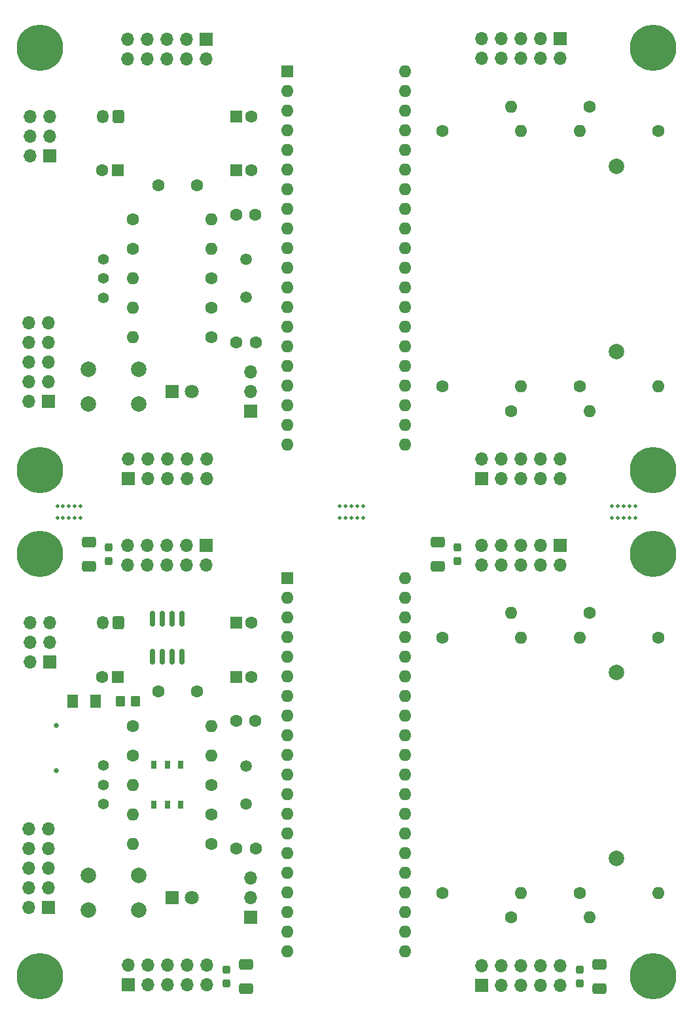
<source format=gbr>
%TF.GenerationSoftware,KiCad,Pcbnew,(6.0.9)*%
%TF.CreationDate,2023-01-08T00:55:18+00:00*%
%TF.ProjectId,il-flatto,696c2d66-6c61-4747-946f-2e6b69636164,rev?*%
%TF.SameCoordinates,Original*%
%TF.FileFunction,Soldermask,Bot*%
%TF.FilePolarity,Negative*%
%FSLAX46Y46*%
G04 Gerber Fmt 4.6, Leading zero omitted, Abs format (unit mm)*
G04 Created by KiCad (PCBNEW (6.0.9)) date 2023-01-08 00:55:18*
%MOMM*%
%LPD*%
G01*
G04 APERTURE LIST*
G04 Aperture macros list*
%AMRoundRect*
0 Rectangle with rounded corners*
0 $1 Rounding radius*
0 $2 $3 $4 $5 $6 $7 $8 $9 X,Y pos of 4 corners*
0 Add a 4 corners polygon primitive as box body*
4,1,4,$2,$3,$4,$5,$6,$7,$8,$9,$2,$3,0*
0 Add four circle primitives for the rounded corners*
1,1,$1+$1,$2,$3*
1,1,$1+$1,$4,$5*
1,1,$1+$1,$6,$7*
1,1,$1+$1,$8,$9*
0 Add four rect primitives between the rounded corners*
20,1,$1+$1,$2,$3,$4,$5,0*
20,1,$1+$1,$4,$5,$6,$7,0*
20,1,$1+$1,$6,$7,$8,$9,0*
20,1,$1+$1,$8,$9,$2,$3,0*%
G04 Aperture macros list end*
%ADD10C,0.500000*%
%ADD11C,1.600000*%
%ADD12O,1.600000X1.600000*%
%ADD13C,6.000000*%
%ADD14R,1.600000X1.600000*%
%ADD15O,1.700000X1.700000*%
%ADD16R,1.700000X1.700000*%
%ADD17C,1.500000*%
%ADD18C,0.650000*%
%ADD19C,1.397000*%
%ADD20C,2.000000*%
%ADD21C,1.800000*%
%ADD22R,1.800000X1.800000*%
%ADD23O,1.500000X1.750000*%
%ADD24RoundRect,0.312500X0.437500X0.562500X-0.437500X0.562500X-0.437500X-0.562500X0.437500X-0.562500X0*%
%ADD25RoundRect,0.237500X-0.237500X0.300000X-0.237500X-0.300000X0.237500X-0.300000X0.237500X0.300000X0*%
%ADD26R,0.762000X1.117600*%
%ADD27RoundRect,0.250001X-0.462499X-0.624999X0.462499X-0.624999X0.462499X0.624999X-0.462499X0.624999X0*%
%ADD28RoundRect,0.237500X0.237500X-0.300000X0.237500X0.300000X-0.237500X0.300000X-0.237500X-0.300000X0*%
%ADD29RoundRect,0.250000X0.650000X-0.412500X0.650000X0.412500X-0.650000X0.412500X-0.650000X-0.412500X0*%
%ADD30RoundRect,0.250000X-0.650000X0.412500X-0.650000X-0.412500X0.650000X-0.412500X0.650000X0.412500X0*%
%ADD31RoundRect,0.250000X0.350000X0.450000X-0.350000X0.450000X-0.350000X-0.450000X0.350000X-0.450000X0*%
%ADD32RoundRect,0.150000X0.150000X-0.825000X0.150000X0.825000X-0.150000X0.825000X-0.150000X-0.825000X0*%
G04 APERTURE END LIST*
D10*
%TO.C,mouse-bite-3mm-slot*%
X204262000Y-95000000D03*
X202738000Y-95000000D03*
X204262000Y-93500000D03*
X205024000Y-93500000D03*
X202738000Y-93500000D03*
X203488000Y-93500000D03*
X203488000Y-95000000D03*
X205024000Y-95000000D03*
X201988000Y-93500000D03*
X201988000Y-95000000D03*
%TD*%
%TO.C,mouse-bite-3mm-slot*%
X239512000Y-95000000D03*
X237988000Y-95000000D03*
X239512000Y-93500000D03*
X240274000Y-93500000D03*
X237988000Y-93500000D03*
X238738000Y-93500000D03*
X238738000Y-95000000D03*
X240274000Y-95000000D03*
X237238000Y-93500000D03*
X237238000Y-95000000D03*
%TD*%
%TO.C,mouse-bite-3mm-slot*%
X168512000Y-93500000D03*
X166226000Y-95000000D03*
X167750000Y-95000000D03*
X165476000Y-93500000D03*
X165476000Y-95000000D03*
X166226000Y-93500000D03*
X166976000Y-93500000D03*
X166976000Y-95000000D03*
X168512000Y-95000000D03*
X167750000Y-93500000D03*
%TD*%
D11*
%TO.C,R1*%
X175260000Y-125730000D03*
D12*
X185420000Y-125730000D03*
%TD*%
D13*
%TO.C,REF\u002A\u002A*%
X242570000Y-99695000D03*
%TD*%
D11*
%TO.C,C6*%
X190595000Y-50070000D03*
D14*
X188595000Y-50070000D03*
%TD*%
D15*
%TO.C,SV1(A)1*%
X220380000Y-35605000D03*
X220380000Y-33065000D03*
X222920000Y-35605000D03*
X222920000Y-33065000D03*
X225460000Y-35605000D03*
X225460000Y-33065000D03*
X228000000Y-35605000D03*
X228000000Y-33065000D03*
X230540000Y-35605000D03*
D16*
X230540000Y-33065000D03*
%TD*%
D11*
%TO.C,R10*%
X224155000Y-146685000D03*
D12*
X234315000Y-146685000D03*
%TD*%
D14*
%TO.C,C4*%
X173310113Y-115570000D03*
D11*
X171310113Y-115570000D03*
%TD*%
D17*
%TO.C,Q1*%
X189865000Y-127090000D03*
X189865000Y-131970000D03*
%TD*%
D15*
%TO.C,SV3(C)1*%
X230535000Y-87395000D03*
X230535000Y-89935000D03*
X227995000Y-87395000D03*
X227995000Y-89935000D03*
X225455000Y-87395000D03*
X225455000Y-89935000D03*
X222915000Y-87395000D03*
X222915000Y-89935000D03*
X220375000Y-87395000D03*
D16*
X220375000Y-89935000D03*
%TD*%
D18*
%TO.C,X101*%
X165333700Y-127654800D03*
X165333700Y-121874800D03*
%TD*%
D11*
%TO.C,R4*%
X185420000Y-137160000D03*
D12*
X175260000Y-137160000D03*
%TD*%
D16*
%TO.C,J103*%
X164485000Y-113650000D03*
D15*
X161945000Y-113650000D03*
X164485000Y-111110000D03*
X161945000Y-111110000D03*
X164485000Y-108570000D03*
X161945000Y-108570000D03*
%TD*%
D14*
%TO.C,C5*%
X188595000Y-108585000D03*
D11*
X190595000Y-108585000D03*
%TD*%
%TO.C,R2*%
X185420000Y-129540000D03*
D12*
X175260000Y-129540000D03*
%TD*%
%TO.C,R4*%
X175260000Y-71660000D03*
D11*
X185420000Y-71660000D03*
%TD*%
D15*
%TO.C,JP3*%
X190500000Y-76090000D03*
X190500000Y-78630000D03*
D16*
X190500000Y-81170000D03*
%TD*%
D11*
%TO.C,R3*%
X185420000Y-133350000D03*
D12*
X175260000Y-133350000D03*
%TD*%
D14*
%TO.C,C6*%
X188595000Y-115570000D03*
D11*
X190595000Y-115570000D03*
%TD*%
D17*
%TO.C,Q1*%
X189865000Y-66470000D03*
X189865000Y-61590000D03*
%TD*%
D13*
%TO.C,*%
X242570000Y-88805000D03*
%TD*%
D11*
%TO.C,C3*%
X178515000Y-51975000D03*
X183515000Y-51975000D03*
%TD*%
D19*
%TO.C,S1*%
X171450000Y-61540000D03*
X171450000Y-64040000D03*
X171450000Y-66540000D03*
%TD*%
D13*
%TO.C,REF\u002A\u002A*%
X242570000Y-34195000D03*
%TD*%
D12*
%TO.C,R9*%
X233045000Y-44990000D03*
D11*
X243205000Y-44990000D03*
%TD*%
D13*
%TO.C,*%
X242570000Y-154305000D03*
%TD*%
D12*
%TO.C,R8*%
X243205000Y-78010000D03*
D11*
X233045000Y-78010000D03*
%TD*%
%TO.C,C4*%
X171310113Y-50070000D03*
D14*
X173310113Y-50070000D03*
%TD*%
D20*
%TO.C,X102*%
X237807172Y-139025000D03*
X237807172Y-115025000D03*
%TD*%
D15*
%TO.C,J5*%
X161785000Y-69755000D03*
X164325000Y-69755000D03*
X161785000Y-72295000D03*
X164325000Y-72295000D03*
X161785000Y-74835000D03*
X164325000Y-74835000D03*
X161785000Y-77375000D03*
X164325000Y-77375000D03*
X161785000Y-79915000D03*
D16*
X164325000Y-79915000D03*
%TD*%
%TO.C,SV1(A)1*%
X230540000Y-98565000D03*
D15*
X230540000Y-101105000D03*
X228000000Y-98565000D03*
X228000000Y-101105000D03*
X225460000Y-98565000D03*
X225460000Y-101105000D03*
X222920000Y-98565000D03*
X222920000Y-101105000D03*
X220380000Y-98565000D03*
X220380000Y-101105000D03*
%TD*%
D11*
%TO.C,R9*%
X243205000Y-110490000D03*
D12*
X233045000Y-110490000D03*
%TD*%
%TO.C,R2*%
X175260000Y-64040000D03*
D11*
X185420000Y-64040000D03*
%TD*%
D12*
%TO.C,R3*%
X175260000Y-67850000D03*
D11*
X185420000Y-67850000D03*
%TD*%
D13*
%TO.C,*%
X163195000Y-34195000D03*
%TD*%
D12*
%TO.C,IC1*%
X210480000Y-37300000D03*
X210480000Y-39840000D03*
X210480000Y-42380000D03*
X210480000Y-44920000D03*
X210480000Y-47460000D03*
X210480000Y-50000000D03*
X210480000Y-52540000D03*
X210480000Y-55080000D03*
X210480000Y-57620000D03*
X210480000Y-60160000D03*
X210480000Y-62700000D03*
X210480000Y-65240000D03*
X210480000Y-67780000D03*
X210480000Y-70320000D03*
X210480000Y-72860000D03*
X210480000Y-75400000D03*
X210480000Y-77940000D03*
X210480000Y-80480000D03*
X210480000Y-83020000D03*
X210480000Y-85560000D03*
X195240000Y-85560000D03*
X195240000Y-83020000D03*
X195240000Y-80480000D03*
X195240000Y-77940000D03*
X195240000Y-75400000D03*
X195240000Y-72860000D03*
X195240000Y-70320000D03*
X195240000Y-67780000D03*
X195240000Y-65240000D03*
X195240000Y-62700000D03*
X195240000Y-60160000D03*
X195240000Y-57620000D03*
X195240000Y-55080000D03*
X195240000Y-52540000D03*
X195240000Y-50000000D03*
X195240000Y-47460000D03*
X195240000Y-44920000D03*
X195240000Y-42380000D03*
X195240000Y-39840000D03*
D14*
X195240000Y-37300000D03*
%TD*%
D20*
%TO.C,X2*%
X237807172Y-49525000D03*
X237807172Y-73525000D03*
%TD*%
D12*
%TO.C,R5*%
X185420000Y-56420000D03*
D11*
X175260000Y-56420000D03*
%TD*%
D21*
%TO.C,D1*%
X182875000Y-78645000D03*
D22*
X180335000Y-78645000D03*
%TD*%
D12*
%TO.C,R1*%
X185420000Y-60230000D03*
D11*
X175260000Y-60230000D03*
%TD*%
%TO.C,R5*%
X175260000Y-121920000D03*
D12*
X185420000Y-121920000D03*
%TD*%
D11*
%TO.C,C3*%
X183515000Y-117475000D03*
X178515000Y-117475000D03*
%TD*%
D12*
%TO.C,R10*%
X234315000Y-81185000D03*
D11*
X224155000Y-81185000D03*
%TD*%
D23*
%TO.C,X3*%
X171355000Y-43085000D03*
D24*
X173355000Y-43085000D03*
%TD*%
D16*
%TO.C,JP103*%
X190500000Y-146670000D03*
D15*
X190500000Y-144130000D03*
X190500000Y-141590000D03*
%TD*%
D11*
%TO.C,R7*%
X215265000Y-110490000D03*
D12*
X225425000Y-110490000D03*
%TD*%
D11*
%TO.C,C1*%
X191135000Y-137795000D03*
X188635000Y-137795000D03*
%TD*%
D13*
%TO.C,*%
X163195000Y-99695000D03*
%TD*%
D15*
%TO.C,SV4(D)1*%
X184815000Y-87375000D03*
X184815000Y-89915000D03*
X182275000Y-87375000D03*
X182275000Y-89915000D03*
X179735000Y-87375000D03*
X179735000Y-89915000D03*
X177195000Y-87375000D03*
X177195000Y-89915000D03*
X174655000Y-87375000D03*
D16*
X174655000Y-89915000D03*
%TD*%
D11*
%TO.C,R8*%
X233045000Y-143510000D03*
D12*
X243205000Y-143510000D03*
%TD*%
D20*
%TO.C,S2*%
X175970000Y-75760000D03*
X169470000Y-75760000D03*
X169470000Y-80260000D03*
X175970000Y-80260000D03*
%TD*%
D15*
%TO.C,J3*%
X161945000Y-43070000D03*
X164485000Y-43070000D03*
X161945000Y-45610000D03*
X164485000Y-45610000D03*
X161945000Y-48150000D03*
D16*
X164485000Y-48150000D03*
%TD*%
D22*
%TO.C,D1*%
X180335000Y-144145000D03*
D21*
X182875000Y-144145000D03*
%TD*%
D13*
%TO.C,*%
X163195000Y-154305000D03*
%TD*%
D12*
%TO.C,R11*%
X225425000Y-78010000D03*
D11*
X215265000Y-78010000D03*
%TD*%
D16*
%TO.C,J105*%
X164325000Y-145415000D03*
D15*
X161785000Y-145415000D03*
X164325000Y-142875000D03*
X161785000Y-142875000D03*
X164325000Y-140335000D03*
X161785000Y-140335000D03*
X164325000Y-137795000D03*
X161785000Y-137795000D03*
X164325000Y-135255000D03*
X161785000Y-135255000D03*
%TD*%
D12*
%TO.C,R6*%
X224155000Y-41815000D03*
D11*
X234315000Y-41815000D03*
%TD*%
D24*
%TO.C,X103*%
X173355000Y-108585000D03*
D23*
X171355000Y-108585000D03*
%TD*%
D16*
%TO.C,SV3(C)1*%
X220375000Y-155435000D03*
D15*
X220375000Y-152895000D03*
X222915000Y-155435000D03*
X222915000Y-152895000D03*
X225455000Y-155435000D03*
X225455000Y-152895000D03*
X227995000Y-155435000D03*
X227995000Y-152895000D03*
X230535000Y-155435000D03*
X230535000Y-152895000D03*
%TD*%
D13*
%TO.C,*%
X163195000Y-88805000D03*
%TD*%
D11*
%TO.C,C2*%
X191115000Y-121285000D03*
X188615000Y-121285000D03*
%TD*%
D16*
%TO.C,SV2(B)1*%
X184755000Y-98585000D03*
D15*
X184755000Y-101125000D03*
X182215000Y-98585000D03*
X182215000Y-101125000D03*
X179675000Y-98585000D03*
X179675000Y-101125000D03*
X177135000Y-98585000D03*
X177135000Y-101125000D03*
X174595000Y-98585000D03*
X174595000Y-101125000D03*
%TD*%
D11*
%TO.C,C5*%
X190595000Y-43085000D03*
D14*
X188595000Y-43085000D03*
%TD*%
D11*
%TO.C,C2*%
X188615000Y-55785000D03*
X191115000Y-55785000D03*
%TD*%
D20*
%TO.C,S2*%
X169470000Y-145760000D03*
X175970000Y-145760000D03*
X175970000Y-141260000D03*
X169470000Y-141260000D03*
%TD*%
D11*
%TO.C,R11*%
X215265000Y-143510000D03*
D12*
X225425000Y-143510000D03*
%TD*%
D16*
%TO.C,SV4(D)1*%
X174655000Y-155415000D03*
D15*
X174655000Y-152875000D03*
X177195000Y-155415000D03*
X177195000Y-152875000D03*
X179735000Y-155415000D03*
X179735000Y-152875000D03*
X182275000Y-155415000D03*
X182275000Y-152875000D03*
X184815000Y-155415000D03*
X184815000Y-152875000D03*
%TD*%
D12*
%TO.C,R7*%
X225425000Y-44990000D03*
D11*
X215265000Y-44990000D03*
%TD*%
D15*
%TO.C,SV2(B)1*%
X174595000Y-35625000D03*
X174595000Y-33085000D03*
X177135000Y-35625000D03*
X177135000Y-33085000D03*
X179675000Y-35625000D03*
X179675000Y-33085000D03*
X182215000Y-35625000D03*
X182215000Y-33085000D03*
X184755000Y-35625000D03*
D16*
X184755000Y-33085000D03*
%TD*%
D14*
%TO.C,*%
X195240000Y-102800000D03*
D12*
X195240000Y-105340000D03*
X195240000Y-107880000D03*
X195240000Y-110420000D03*
X195240000Y-112960000D03*
X195240000Y-115500000D03*
X195240000Y-118040000D03*
X195240000Y-120580000D03*
X195240000Y-123120000D03*
X195240000Y-125660000D03*
X195240000Y-128200000D03*
X195240000Y-130740000D03*
X195240000Y-133280000D03*
X195240000Y-135820000D03*
X195240000Y-138360000D03*
X195240000Y-140900000D03*
X195240000Y-143440000D03*
X195240000Y-145980000D03*
X195240000Y-148520000D03*
X195240000Y-151060000D03*
X210480000Y-151060000D03*
X210480000Y-148520000D03*
X210480000Y-145980000D03*
X210480000Y-143440000D03*
X210480000Y-140900000D03*
X210480000Y-138360000D03*
X210480000Y-135820000D03*
X210480000Y-133280000D03*
X210480000Y-130740000D03*
X210480000Y-128200000D03*
X210480000Y-125660000D03*
X210480000Y-123120000D03*
X210480000Y-120580000D03*
X210480000Y-118040000D03*
X210480000Y-115500000D03*
X210480000Y-112960000D03*
X210480000Y-110420000D03*
X210480000Y-107880000D03*
X210480000Y-105340000D03*
X210480000Y-102800000D03*
%TD*%
D11*
%TO.C,R6*%
X234315000Y-107315000D03*
D12*
X224155000Y-107315000D03*
%TD*%
D19*
%TO.C,S1*%
X171450000Y-132040000D03*
X171450000Y-129540000D03*
X171450000Y-127040000D03*
%TD*%
D11*
%TO.C,C1*%
X188635000Y-72295000D03*
X191135000Y-72295000D03*
%TD*%
D25*
%TO.C,C13*%
X187325000Y-153442500D03*
X187325000Y-155167500D03*
%TD*%
D26*
%TO.C,S3*%
X181455002Y-132130800D03*
X179705000Y-132130800D03*
X177955001Y-132130800D03*
X181454999Y-126949200D03*
X179705000Y-126949200D03*
X177954998Y-126949200D03*
%TD*%
D25*
%TO.C,C14*%
X233045000Y-153442500D03*
X233045000Y-155167500D03*
%TD*%
D27*
%TO.C,D2*%
X167422500Y-118745000D03*
X170397500Y-118745000D03*
%TD*%
D28*
%TO.C,C11*%
X217205000Y-100557500D03*
X217205000Y-98832500D03*
%TD*%
%TO.C,C12*%
X172085000Y-100557500D03*
X172085000Y-98832500D03*
%TD*%
D29*
%TO.C,C7*%
X214665000Y-101257500D03*
X214665000Y-98132500D03*
%TD*%
D30*
%TO.C,C9*%
X235585000Y-152742500D03*
X235585000Y-155867500D03*
%TD*%
D29*
%TO.C,C8*%
X169545000Y-101257500D03*
X169545000Y-98132500D03*
%TD*%
D30*
%TO.C,C10*%
X189865000Y-152742500D03*
X189865000Y-155867500D03*
%TD*%
D31*
%TO.C,R12*%
X175625000Y-118745000D03*
X173625000Y-118745000D03*
%TD*%
D32*
%TO.C,IC3*%
X181610000Y-112965000D03*
X180340000Y-112965000D03*
X179070000Y-112965000D03*
X177800000Y-112965000D03*
X177800000Y-108015000D03*
X179070000Y-108015000D03*
X180340000Y-108015000D03*
X181610000Y-108015000D03*
%TD*%
M02*

</source>
